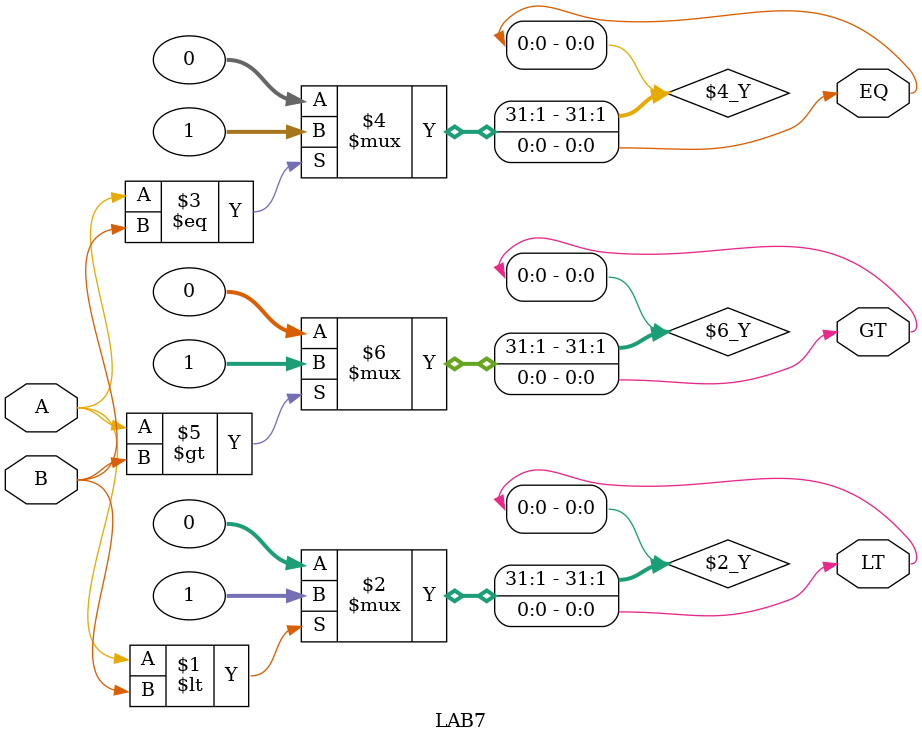
<source format=v>
module LAB7 (
    input A,  // input A
    input B,  // input B
    output LT,  // A<B
    output EQ,  // A=B
    output GT   // A>B
);
    assign LT = (A < B) ? 1 : 0;
    assign EQ = (A == B) ? 1 : 0;
    assign GT = (A > B) ? 1 : 0;
endmodule

</source>
